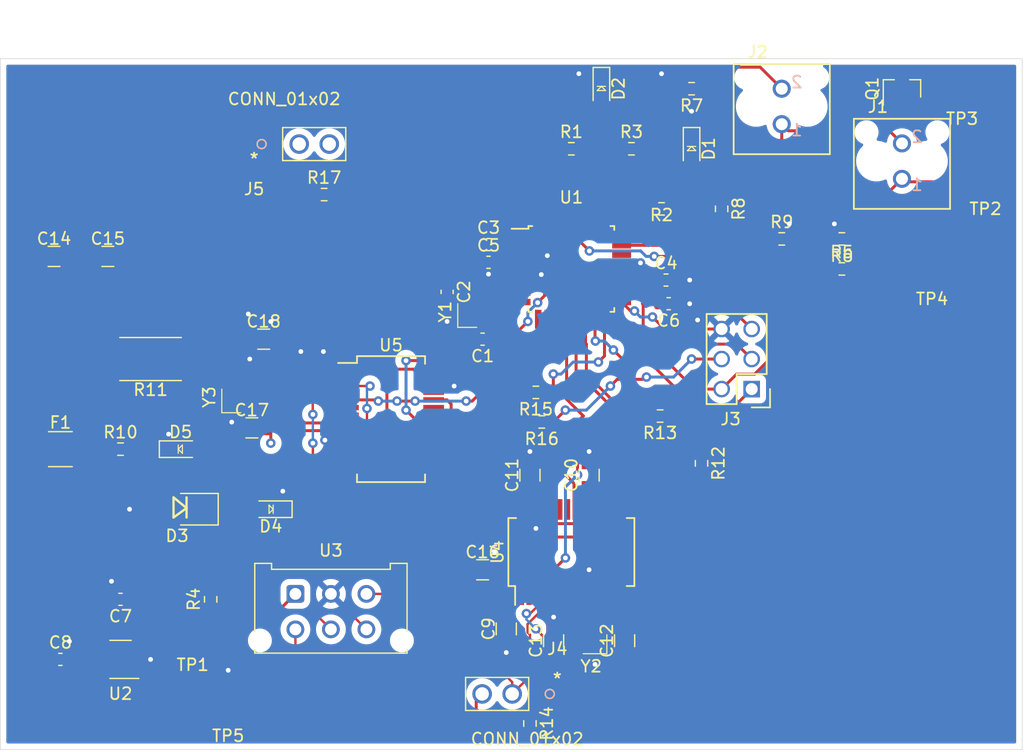
<source format=kicad_pcb>
(kicad_pcb (version 20211014) (generator pcbnew)
  (layers (0 "F.Cu" signal) (31 "B.Cu" signal) (34 "B.Paste" user) (35 "F.Paste" user) (36 "B.SilkS" user "B.Silkscreen") (37 "F.SilkS" user "F.Silkscreen") (38 "B.Mask" user) (39 "F.Mask" user) (44 "Edge.Cuts" user))
  (net 0 "")
  (net 1 "Net-(C1-Pad1)")
  (net 2 "GND")
  (net 3 "Net-(C2-Pad1)")
  (net 4 "+5V")
  (net 5 "Net-(C4-Pad1)")
  (net 6 "+12V")
  (net 7 "Net-(C8-Pad1)")
  (net 8 "Net-(D1-Pad2)")
  (net 9 "Net-(D2-Pad2)")
  (net 10 "Net-(D4-Pad2)")
  (net 11 "Net-(D5-Pad2)")
  (net 12 "Net-(F1-Pad2)")
  (net 13 "Net-(J1-Pad1)")
  (net 14 "/control_pilot")
  (net 15 "Net-(J2-Pad1)")
  (net 16 "Net-(J2-Pad2)")
  (net 17 "/MISO")
  (net 18 "/SCK")
  (net 19 "/MOSI")
  (net 20 "/RESET")
  (net 21 "Net-(R2-Pad2)")
  (net 22 "Net-(R3-Pad2)")
  (net 23 "/EVSE PWM")
  (net 24 "/CAR_CS")
  (net 25 "/CHARGER_STBY")
  (net 26 "/CAR_STBY")
  (net 34 "/CAR_RESET")
  (net 35 "/CHARGER_RESET")
  (net 36 "/CHARGER_CS")
  (net 37 "/CAR_CAN_+")
  (net 38 "/CAR_CAN_-")
  (net 39 "/CHARGER_CAN_+")
  (net 40 "/CHARGER_CAN_-")
  (net 41 "Net-(C13-Pad1)")
  (net 42 "Net-(C18-Pad1)")
  (net 43 "Net-(R12-Pad2)")
  (net 44 "Net-(R13-Pad2)")
  (net 45 "Net-(R15-Pad2)")
  (net 46 "Net-(R16-Pad2)")
  (net 53 "/CAR_CAN_CONTROLLER/SCK")
  (net 54 "Net-(U4-Pad20)")
  (net 55 "Net-(U4-Pad21)")
  (net 65 "/CHARGER_CAN_CONTROLLER/SCK")
  (net 66 "Net-(U5-Pad20)")
  (net 67 "Net-(U5-Pad21)")
  (net 74 "Net-(J4-Pad2)")
  (net 75 "Net-(J5-Pad2)")
  (net 76 "Net-(C12-Pad2)")
  (net 77 "Net-(C17-Pad2)")
  (footprint "footprints:C_0805_OEM" (layer "F.Cu") (at 101 105)
    (fp_text reference "C18")
    (fp_text value "C_30pF" hide)
  )
  (footprint "footprints:Test_Point_SMD" (layer "F.Cu") (at 95 130)
    (fp_text reference "TP1")
    (fp_text value "TP")
  )
  (footprint "Resistor_SMD:R_0603_1608Metric" (layer "F.Cu") (at 88.9 114.3)
    (fp_text reference "R10")
    (fp_text value "R_200")
  )
  (footprint "Capacitor_SMD:C_0603_1608Metric" (layer "F.Cu") (at 116.5 101 -90)
    (fp_text reference "C2")
    (fp_text value "C_30pF")
  )
  (footprint "footprints:Fuse_1210" (layer "F.Cu") (at 83.82 114.3)
    (fp_text reference "F1")
    (fp_text value "F_500mA_16V" hide)
  )
  (footprint "Capacitor_SMD:C_0603_1608Metric" (layer "F.Cu") (at 119.5 105 180)
    (fp_text reference "C1")
    (fp_text value "C_30pF")
  )
  (footprint "footprints:C_0805_OEM" (layer "F.Cu") (at 123.5 116.5 90)
    (fp_text reference "C11")
    (fp_text value "C_0.1uF" hide)
  )
  (footprint "footprints:Crystal_SMD_FA238" (layer "F.Cu") (at 119 102 90)
    (fp_text reference "Y1")
    (fp_text value "Crystal_SMD" hide)
  )
  (footprint "footprints:Crystal_SMD_FA238" (layer "F.Cu") (at 128 130 180)
    (fp_text reference "Y2")
    (fp_text value "~" hide)
  )
  (footprint "Capacitor_SMD:C_0603_1608Metric" (layer "F.Cu") (at 83.82 132.08)
    (fp_text reference "C8")
    (fp_text value "C_1uF")
  )
  (footprint "footprints:LED_0805_OEM" (layer "F.Cu") (at 93.98 114.3)
    (fp_text reference "D5")
    (fp_text value "LED_0805" hide)
  )
  (footprint "footprints:C_0805_OEM" (layer "F.Cu") (at 121.5 129.5 90)
    (fp_text reference "C9")
    (fp_text value "C_0.1uF" hide)
  )
  (footprint "footprints:Test_Point_SMD" (layer "F.Cu") (at 98 136)
    (fp_text reference "TP5")
    (fp_text value "Test_Point_SMD")
  )
  (footprint "footprints:C_0805_OEM" (layer "F.Cu") (at 128.5 116.5 90)
    (fp_text reference "C10")
    (fp_text value "C_0.1uF" hide)
  )
  (footprint "footprints:LED_0805_OEM" (layer "F.Cu") (at 101.6 119.38 180)
    (fp_text reference "D4")
    (fp_text value "LED_0805" hide)
  )
  (footprint "footprints:pinheader_1x2" (layer "F.Cu") (at 104 88.5)
    (fp_text reference "J5")
    (fp_text value "CONN_01x02")
  )
  (footprint "Resistor_SMD:R_0603_1608Metric" (layer "F.Cu") (at 139.7 93.98 -90)
    (fp_text reference "R8")
    (fp_text value "R_1.91K")
  )
  (footprint "Capacitor_SMD:C_0603_1608Metric" (layer "F.Cu") (at 120 97)
    (fp_text reference "C3")
    (fp_text value "C_0.1uF")
  )
  (footprint "Resistor_SMD:R_0603_1608Metric" (layer "F.Cu") (at 96.52 127 90)
    (fp_text reference "R4")
    (fp_text value "R_1K")
  )
  (footprint "Capacitor_SMD:C_0603_1608Metric" (layer "F.Cu") (at 135.225 102 180)
    (fp_text reference "C6")
    (fp_text value "C_0.1uF")
  )
  (footprint "footprints:C_0805_OEM" (layer "F.Cu") (at 125.5 130.5 90)
    (fp_text reference "C13")
    (fp_text value "C_30pF" hide)
  )
  (footprint "Resistor_SMD:R_0603_1608Metric" (layer "F.Cu") (at 134.62 93.98 180)
    (fp_text reference "R2")
    (fp_text value "R_1K")
  )
  (footprint "footprints:C_0805_OEM" (layer "F.Cu") (at 83.28 98)
    (fp_text reference "C14")
    (fp_text value "C_0.1uF" hide)
  )
  (footprint "Resistor_SMD:R_0603_1608Metric" (layer "F.Cu") (at 149.86 99.06)
    (fp_text reference "R5")
    (fp_text value "R_330")
  )
  (footprint "Resistor_SMD:R_0603_1608Metric" (layer "F.Cu") (at 127 88.9)
    (fp_text reference "R1")
    (fp_text value "R_10K")
  )
  (footprint "Package_SO:SSOP-28_5.3x10.2mm_P0.65mm" (layer "F.Cu") (at 127 123 90)
    (fp_text reference "U4")
    (fp_text value "~")
  )
  (footprint "footprints:SOT-23-5" (layer "F.Cu") (at 88.9 132.08 180)
    (fp_text reference "U2")
    (fp_text value "AP7370")
  )
  (footprint "footprints:Test_Point_SMD" (layer "F.Cu") (at 157.48 99.06)
    (fp_text reference "TP4")
    (fp_text value "TP")
  )
  (footprint "footprints:C_0603_1608Metric" (layer "F.Cu") (at 135 100)
    (fp_text reference "C4")
    (fp_text value "C_100nF")
  )
  (footprint "footprints:C_0805_OEM" (layer "F.Cu") (at 100 112.5)
    (fp_text reference "C17")
    (fp_text value "C_30pF" hide)
  )
  (footprint "Package_QFP:TQFP-32_7x7mm_P0.8mm" (layer "F.Cu") (at 127 99.06)
    (fp_text reference "U1")
    (fp_text value "ATmega328P-AU")
  )
  (footprint "Capacitor_SMD:C_0603_1608Metric" (layer "F.Cu") (at 120 98.5)
    (fp_text reference "C5")
    (fp_text value "C_0.1uF")
  )
  (footprint "Resistor_SMD:R_0603_1608Metric" (layer "F.Cu") (at 144.78 96.52)
    (fp_text reference "R9")
    (fp_text value "R_1K")
  )
  (footprint "footprints:Crystal_SMD_FA238" (layer "F.Cu") (at 99.06 109.22 90)
    (fp_text reference "Y3")
    (fp_text value "~" hide)
  )
  (footprint "Resistor_SMD:R_0603_1608Metric" (layer "F.Cu") (at 106.109 92.771)
    (fp_text reference "R17")
    (fp_text value "R_120")
  )
  (footprint "footprints:C_0805_OEM" (layer "F.Cu") (at 119.5 124.5)
    (fp_text reference "C16")
    (fp_text value "C_0.1uF" hide)
  )
  (footprint "footprints:LED_0805_OEM" (layer "F.Cu") (at 137.16 88.9 -90)
    (fp_text reference "D1")
    (fp_text value "LED_0805_Red" hide)
  )
  (footprint "footprints:C_0805_OEM" (layer "F.Cu") (at 131.5 130.5 90)
    (fp_text reference "C12")
    (fp_text value "C_30pF" hide)
  )
  (footprint "Resistor_SMD:R_0603_1608Metric" (layer "F.Cu") (at 149.86 96.52 180)
    (fp_text reference "R6")
    (fp_text value "R_2.2K")
  )
  (footprint "Resistor_SMD:R_0603_1608Metric" (layer "F.Cu") (at 124.5 112 180)
    (fp_text reference "R16")
    (fp_text value "R_500")
  )
  (footprint "Resistor_SMD:R_0603_1608Metric" (layer "F.Cu") (at 123.5 137.5 -90)
    (fp_text reference "R14")
    (fp_text value "R_120")
  )
  (footprint "footprints:SOT-23F" (layer "F.Cu") (at 154.94 83.82 90)
    (fp_text reference "Q1")
    (fp_text value "SSM3K333R" hide)
  )
  (footprint "footprints:LED_0805_OEM" (layer "F.Cu") (at 129.54 83.82 -90)
    (fp_text reference "D2")
    (fp_text value "LED_0805" hide)
  )
  (footprint "Resistor_SMD:R_0603_1608Metric" (layer "F.Cu") (at 132.08 88.9)
    (fp_text reference "R3")
    (fp_text value "R_1K")
  )
  (footprint "Resistor_SMD:R_0603_1608Metric" (layer "F.Cu") (at 138 115.5 -90)
    (fp_text reference "R12")
    (fp_text value "R_500")
  )
  (footprint "footprints:C_0805_OEM" (layer "F.Cu") (at 87.83 98)
    (fp_text reference "C15")
    (fp_text value "C_0.1uF" hide)
  )
  (footprint "Capacitor_SMD:C_0603_1608Metric" (layer "F.Cu") (at 88.9 127 180)
    (fp_text reference "C7")
    (fp_text value "C_1uF")
  )
  (footprint "footprints:pinheader_1x2" (layer "F.Cu") (at 122 135 180)
    (fp_text reference "J4")
    (fp_text value "CONN_01x02")
  )
  (footprint "footprints:Pin_Header_Straight_2x03" (layer "F.Cu") (at 142.24 109.22 180)
    (fp_text reference "J3")
    (fp_text value "CONN_02X03" hide)
  )
  (footprint "Resistor_SMD:R_0603_1608Metric" (layer "F.Cu") (at 134.5 111.5 180)
    (fp_text reference "R13")
    (fp_text value "R_500")
  )
  (footprint "Resistor_SMD:R_0603_1608Metric" (layer "F.Cu") (at 137.16 83.82 180)
    (fp_text reference "R7")
    (fp_text value "R_1.43K")
  )
  (footprint "footprints:DO-214AA" (layer "F.Cu") (at 93.98 119.38 180)
    (fp_text reference "D3")
    (fp_text value "D_Zener_18V" hide)
  )
  (footprint "Resistor_SMD:R_0603_1608Metric" (layer "F.Cu") (at 124 109.5 180)
    (fp_text reference "R15")
    (fp_text value "R_500")
  )
  (footprint "footprints:Test_Point_SMD" (layer "F.Cu") (at 162 91.44)
    (fp_text reference "TP2")
    (fp_text value "TP")
  )
  (footprint "footprints:Test_Point_SMD" (layer "F.Cu") (at 160.02 83.82)
    (fp_text reference "TP3")
    (fp_text value "TP")
  )
  (footprint "footprints:MicroFit_V_2" (layer "F.Cu") (at 154.94 91.44)
    (fp_text reference "J1")
    (fp_text value "MicroFit_V_2")
  )
  (footprint "footprints:MicroFit_VT_6" (layer "F.Cu") (at 103.68 126.54)
    (fp_text reference "U3")
    (fp_text value "MicroFit_VT_6")
  )
  (footprint "footprints:MicroFit_V_2" (layer "F.Cu") (at 144.78 86.8172)
    (fp_text reference "J2")
    (fp_text value "MicroFit_V_2")
  )
  (footprint "footprints:R_2512_OEM" (layer "F.Cu") (at 91.44 106.68 180)
    (fp_text reference "R11")
    (fp_text value "R_0_2512" hide)
  )
  (footprint "Package_SO:SSOP-28_5.3x10.2mm_P0.65mm" (layer "F.Cu") (at 111.76 111.76)
    (fp_text reference "U5")
    (fp_text value "~")
  )
  (gr_rect (start 78.74 81.28) (end 165.1 139.7) (layer "Edge.Cuts") (width 0.05) (fill none))
  (segment (start 119.8 103.1) (end 121.51 103.1) (width 0.25) (layer "F.Cu") (net 1))
  (segment (start 119.8 104.525) (end 120.275 105) (width 0.25) (layer "F.Cu") (net 1))
  (segment (start 121.51 103.1) (end 122.75 101.86) (width 0.25) (layer "F.Cu") (net 1))
  (segment (start 119.8 103.1) (end 119.8 104.525) (width 0.25) (layer "F.Cu") (net 1))
  (segment (start 106.68 105.41) (end 106.045 106.045) (width 0.25) (layer "F.Cu") (net 2))
  (segment (start 149.035 96.52) (end 149.035 95.44) (width 0.25) (layer "F.Cu") (net 2))
  (segment (start 124.8925 97.86) (end 122.75 97.86) (width 0.25) (layer "F.Cu") (net 2))
  (segment (start 135.89 83.82) (end 134.62 82.55) (width 0.25) (layer "F.Cu") (net 2))
  (segment (start 139.7 104.14) (end 138.43 104.14) (width 0.25) (layer "F.Cu") (net 2))
  (segment (start 101.6 102.375) (end 101.6 103.505) (width 0.25) (layer "F.Cu") (net 2))
  (segment (start 127.805 82.72) (end 127.635 82.55) (width 0.25) (layer "F.Cu") (net 2))
  (segment (start 129.1 132.4) (end 129 132.5) (width 0.25) (layer "F.Cu") (net 2))
  (segment (start 98.26 110.32) (end 98.26 111.976) (width 0.25) (layer "F.Cu") (net 2))
  (segment (start 149.035 95.44) (end 149.225 95.25) (width 0.25) (layer "F.Cu") (net 2))
  (segment (start 92.88 114.3) (end 92.88 113.114) (width 0.25) (layer "F.Cu") (net 2))
  (segment (start 137.16 87.8) (end 137.16 85.725) (width 0.25) (layer "F.Cu") (net 2))
  (segment (start 84.595 130.569) (end 84.582 130.556) (width 0.25) (layer "F.Cu") (net 2))
  (segment (start 124.968 97.9355) (end 124.8925 97.86) (width 0.25) (layer "F.Cu") (net 2))
  (segment (start 88.125 127) (end 88.125 125.489) (width 0.25) (layer "F.Cu") (net 2))
  (segment (start 98.26 111.976) (end 98.298 112.014) (width 0.25) (layer "F.Cu") (net 2))
  (segment (start 126.9 129.2) (end 126.9 128.9) (width 0.25) (layer "F.Cu") (net 2))
  (segment (start 127.325 128.775) (end 127.2 128.9) (width 0.25) (layer "F.Cu") (net 2))
  (segment (start 102.7 117.94) (end 102.616 117.856) (width 0.25) (layer "F.Cu") (net 2))
  (segment (start 99.86 108.12) (end 99.86 106.718) (width 0.25) (layer "F.Cu") (net 2))
  (segment (start 145.605 95.44) (end 145.415 95.25) (width 0.25) (layer "F.Cu") (net 2))
  (segment (start 92.88 113.114) (end 92.964 113.03) (width 0.25) (layer "F.Cu") (net 2))
  (segment (start 137 100) (end 135.7875 100) (width 0.25) (layer "F.Cu") (net 2))
  (segment (start 102.7 119.38) (end 102.7 117.94) (width 0.25) (layer "F.Cu") (net 2))
  (segment (start 128.625 126.6) (end 128.625 124.625) (width 0.25) (layer "F.Cu") (net 2))
  (segment (start 104.14 104.915) (end 104.14 106.045) (width 0.25) (layer "F.Cu") (net 2))
  (segment (start 119.8 100.9) (end 119.8 99.7) (width 0.25) (layer "F.Cu") (net 2))
  (segment (start 88.125 125.489) (end 88.138 125.476) (width 0.25) (layer "F.Cu") (net 2))
  (segment (start 126.9 128.9) (end 126.5 128.5) (width 0.25) (layer "F.Cu") (net 2))
  (segment (start 126.5 128.5) (end 125.5 128.5) (width 0.25) (layer "F.Cu") (net 2))
  (segment (start 132.734 98.66) (end 132.842 98.552) (width 0.25) (layer "F.Cu") (net 2))
  (segment (start 122.75 99.46) (end 124.3845 99.46) (width 0.25) (layer "F.Cu") (net 2))
  (segment (start 84.595 132.08) (end 84.595 130.569) (width 0.25) (layer "F.Cu") (net 2))
  (segment (start 115.36 108.835) (end 116.963 108.835) (width 0.25) (layer "F.Cu") (net 2))
  (segment (start 106.325 113.385) (end 106.172 113.538) (width 0.25) (layer "F.Cu") (net 2))
  (segment (start 108.16 113.385) (end 106.325 113.385) (width 0.25) (layer "F.Cu") (net 2))
  (segment (start 116.963 108.835) (end 117.094 108.966) (width 0.25) (layer "F.Cu") (net 2))
  (segment (start 120.5 124.5) (end 120.5 123) (width 0.25) (layer "F.Cu") (net 2))
  (segment (start 99.835 104.14) (end 99.835 103.01) (width 0.25) (layer "F.Cu") (net 2))
  (segment (start 98 136) (end 98 133) (width 0.25) (layer "F.Cu") (net 2))
  (segment (start 121.5 130.5) (end 121.5 131.5) (width 0.25) (layer "F.Cu") (net 2))
  (segment (start 124.075 119.4) (end 124.075 120.938263) (width 0.25) (layer "F.Cu") (net 2))
  (segment (start 90 132.08) (end 91.44 132.08) (width 0.25) (layer "F.Cu") (net 2))
  (segment (start 129.1 130.8) (end 129.1 132.4) (width 0.25) (layer "F.Cu") (net 2))
  (segment (start 129.54 82.72) (end 127.805 82.72) (width 0.25) (layer "F.Cu") (net 2))
  (segment (start 123.5 115.725) (end 123.5 114.5) (width 0.25) (layer "F.Cu") (net 2))
  (segment (start 138.43 104.14) (end 137.668 103.378) (width 0.25) (layer "F.Cu") (net 2))
  (segment (start 119.8 99.7) (end 120 99.5) (width 0.25) (layer "F.Cu") (net 2))
  (segment (start 116.9 103.1) (end 116.5 103.5) (width 0.25) (layer "F.Cu") (net 2))
  (segment (start 106.68 104.915) (end 106.68 105.41) (width 0.25) (layer "F.Cu") (net 2))
  (segment (start 99.835 103.01) (end 99.695 102.87) (width 0.25) (layer "F.Cu") (net 2))
  (segment (start 128.5 115.725) (end 128.5 114.5) (width 0.25) (layer "F.Cu") (net 2))
  (segment (start 124.3845 99.46) (end 124.46 99.5355) (width 0.25) (layer "F.Cu") (net 2))
  (segment (start 99.86 106.718) (end 99.822 106.68) (width 0.25) (layer "F.Cu") (net 2))
  (segment (start 136.335 83.82) (end 135.89 83.82) (width 0.25) (layer "F.Cu") (net 2))
  (segment (start 118.2 103.1) (end 116.9 103.1) (width 0.25) (layer "F.Cu") (net 2))
  (segment (start 128.625 124.625) (end 128.5 124.5) (width 0.25) (layer "F.Cu") (net 2))
  (segment (start 131.25 98.66) (end 132.734 98.66) (width 0.25) (layer "F.Cu") (net 2))
  (segment (start 124.075 120.938263) (end 124.007626 121.005637) (width 0.25) (layer "F.Cu") (net 2))
  (segment (start 145.605 96.52) (end 145.605 95.44) (width 0.25) (layer "F.Cu") (net 2))
  (segment (start 91.948 119.38) (end 89.662 119.38) (width 0.25) (layer "F.Cu") (net 2))
  (segment (start 136 102) (end 137 102) (width 0.25) (layer "F.Cu") (net 2))
  (via (at 98.298 112.014) (size 0.8) (drill 0.4) (layers "F.Cu" "B.Cu") (net 2))
  (via (at 101.6 103.505) (size 0.8) (drill 0.4) (layers "F.Cu" "B.Cu") (net 2))
  (via (at 128.5 124.5) (size 0.8) (drill 0.4) (layers "F.Cu" "B.Cu") (net 2))
  (via (at 116.5 103.5) (size 0.8) (drill 0.4) (layers "F.Cu" "B.Cu") (net 2))
  (via (at 121.5 131.5) (size 0.8) (drill 0.4) (layers "F.Cu" "B.Cu") (net 2))
  (via (at 137 102) (size 0.8) (drill 0.4) (layers "F.Cu" "B.Cu") (net 2))
  (via (at 145.415 95.25) (size 0.8) (drill 0.4) (layers "F.Cu" "B.Cu") (net 2))
  (via (at 125.5 128.5) (size 0.8) (drill 0.4) (layers "F.Cu" "B.Cu") (net 2))
  (via (at 99.695 102.87) (size 0.8) (drill 0.4) (layers "F.Cu" "B.Cu") (net 2))
  (via (at 106.172 113.538) (size 0.8) (drill 0.4) (layers "F.Cu" "B.Cu") (net 2))
  (via (at 99.822 106.68) (size 0.8) (drill 0.4) (layers "F.Cu" "B.Cu") (net 2))
  (via (at 120.5 123) (size 0.8) (drill 0.4) (layers "F.Cu" "B.Cu") (net 2))
  (via (at 88.138 125.476) (size 0.8) (drill 0.4) (layers "F.Cu" "B.Cu") (net 2))
  (via (at 132.842 98.552) (size 0.8) (drill 0.4) (layers "F.Cu" "B.Cu") (net 2))
  (via (at 124.968 97.9355) (size 0.8) (drill 0.4) (layers "F.Cu" "B.Cu") (net 2))
  (via (at 102.616 117.856) (size 0.8) (drill 0.4) (layers "F.Cu" "B.Cu") (net 2))
  (via (at 117.094 108.966) (size 0.8) (drill 0.4) (layers "F.Cu" "B.Cu") (net 2))
  (via (at 89.662 119.38) (size 0.8) (drill 0.4) (layers "F.Cu" "B.Cu") (net 2))
  (via (at 137.668 103.378) (size 0.8) (drill 0.4) (layers "F.Cu" "B.Cu") (net 2))
  (via (at 91.44 132.08) (size 0.8) (drill 0.4) (layers "F.Cu" "B.Cu") (net 2))
  (via (at 124.46 99.5355) (size 0.8) (drill 0.4) (layers "F.Cu" "B.Cu") (net 2))
  (via (at 149.225 95.25) (size 0.8) (drill 0.4) (layers "F.Cu" "B.Cu") (net 2))
  (via (at 120 99.5) (size 0.8) (drill 0.4) (layers "F.Cu" "B.Cu") (net 2))
  (via (at 129 132.5) (size 0.8) (drill 0.4) (layers "F.Cu" "B.Cu") (net 2))
  (via (at 84.582 130.556) (size 0.8) (drill 0.4) (layers "F.Cu" "B.Cu") (net 2))
  (via (at 137 100) (size 0.8) (drill 0.4) (layers "F.Cu" "B.Cu") (net 2))
  (via (at 127.635 82.55) (size 0.8) (drill 0.4) (layers "F.Cu" "B.Cu") (net 2))
  (via (at 137.16 85.725) (size 0.8) (drill 0.4) (layers "F.Cu" "B.Cu") (net 2))
  (via (at 134.62 82.55) (size 0.8) (drill 0.4) (layers "F.Cu" "B.Cu") (net 2))
  (via (at 128.5 114.5) (size 0.8) (drill 0.4) (layers "F.Cu" "B.Cu") (net 2))
  (via (at 123.5 114.5) (size 0.8) (drill 0.4) (layers "F.Cu" "B.Cu") (net 2))
  (via (at 92.964 113.03) (size 0.8) (drill 0.4) (layers "F.Cu" "B.Cu") (net 2))
  (via (at 98 133) (size 0.8) (drill 0.4) (layers "F.Cu" "B.Cu") (net 2))
  (via (at 106.045 106.045) (size 0.8) (drill 0.4) (layers "F.Cu" "B.Cu") (net 2))
  (via (at 124.007626 121.005637) (size 0.8) (drill 0.4) (layers "F.Cu" "B.Cu") (net 2))
  (via (at 104.14 106.045) (size 0.8) (drill 0.4) (layers "F.Cu" "B.Cu") (net 2))
  (segment (start 121.075 101.925) (end 118.775 101.925) (width 0.25) (layer "F.Cu") (net 3))
  (segment (start 121.94 101.06) (end 121.075 101.925) (width 0.25) (layer "F.Cu") (net 3))
  (segment (start 118.775 101.925) (end 118.2 101.35) (width 0.25) (layer "F.Cu") (net 3))
  (segment (start 117.175 100.9) (end 116.5 100.225) (width 0.25) (layer "F.Cu") (net 3))
  (segment (start 118.2 100.9) (end 117.175 100.9) (width 0.25) (layer "F.Cu") (net 3))
  (segment (start 118.2 101.35) (end 118.2 100.9) (width 0.25) (layer "F.Cu") (net 3))
  (segment (start 122.75 101.06) (end 121.94 101.06) (width 0.25) (layer "F.Cu") (net 3))
  (segment (start 115.36 113.385) (end 114.235 113.385) (width 0.25) (layer "F.Cu") (net 4))
  (segment (start 134.45 102) (end 133 102) (width 0.25) (layer "F.Cu") (net 4))
  (segment (start 115.36 108.185) (end 118.640498 108.185) (width 0.25) (layer "F.Cu") (net 4))
  (segment (start 133.07 104.876) (end 137.414 109.22) (width 0.25) (layer "F.Cu") (net 4))
  (segment (start 122.775 121.725) (end 122.780637 121.730637) (width 0.25) (layer "F.Cu") (net 4))
  (segment (start 121.7 98.66) (end 122.75 98.66) (width 0.25) (layer "F.Cu") (net 4))
  (segment (start 129.525 100.26) (end 130.125 100.86) (width 0.25) (layer "F.Cu") (net 4))
  (segment (start 106.68 103.365) (end 104.14 103.365) (width 0.25) (layer "F.Cu") (net 4))
  (segment (start 118.640498 108.185) (end 123.325498 103.5) (width 0.25) (layer "F.Cu") (net 4))
  (segment (start 137.414 109.22) (end 139.7 109.22) (width 0.25) (layer "F.Cu") (net 4))
  (segment (start 111.413 107.535) (end 113.631 107.535) (width 0.25) (layer "F.Cu") (net 4))
  (segment (start 124.74 101.32) (end 124.74 100.26) (width 0.25) (layer "F.Cu") (net 4))
  (segment (start 99.295 100.825) (end 101.6 100.825) (width 0.25) (layer "F.Cu") (net 4))
  (segment (start 108.16 104.845) (end 106.68 103.365) (width 0.25) (layer "F.Cu") (net 4))
  (segment (start 121.625 97.85) (end 121.625 98.585) (width 0.25) (layer "F.Cu") (net 4))
  (segment (start 123.425 119.4) (end 123.425 117.575) (width 0.25) (layer "F.Cu") (net 4))
  (segment (start 125.33 98.66) (end 126.93 100.26) (width 0.25) (layer "F.Cu") (net 4))
  (segment (start 114.046 118.364) (end 116.282 120.6) (width 0.25) (layer "F.Cu") (net 4))
  (segment (start 150.0825 100.3615) (end 150.3365 100.3615) (width 0.25) (layer "F.Cu") (net 4))
  (segment (start 132.3 101.06) (end 133.07 101.83) (width 0.25) (layer "F.Cu") (net 4))
  (segment (start 120.775 95.88) (end 123.56 93.095) (width 0.25) (layer "F.Cu") (net 4))
  (segment (start 140.962964 107.957036) (end 142.486964 107.957036) (width 0.25) (layer "F.Cu") (net 4))
  (segment (start 111.413 111.921) (end 114.046 114.554) (width 0.25) (layer "F.Cu") (net 4))
  (segment (start 123.425 117.575) (end 123.5 117.5) (width 0.25) (layer "F.Cu") (net 4))
  (segment (start 149.035 99.06) (end 150.3365 100.3615) (width 0.25) (layer "F.Cu") (net 4))
  (segment (start 127.380759 121.730637) (end 128.625 120.486396) (width 0.25) (layer "F.Cu") (net 4))
  (segment (start 122.775 127.225) (end 121.5 128.5) (width 0.25) (layer "F.Cu") (net 4))
  (segment (start 123.56 91.44) (end 126 89) (width 0.25) (layer "F.Cu") (net 4))
  (segment (start 122.75 98.66) (end 122.79 98.66) (width 0.25) (layer "F.Cu") (net 4))
  (segment (start 124.149502 101.910498) (end 124.74 101.32) (width 0.25) (layer "F.Cu") (net 4))
  (segment (start 120.775 97) (end 121.625 97.85) (width 0.25) (layer "F.Cu") (net 4))
  (segment (start 114.235 113.385) (end 114.046 113.574) (width 0.25) (layer "F.Cu") (net 4))
  (segment (start 122.775 120.925) (end 122.775 121.725) (width 0.25) (layer "F.Cu") (net 4))
  (segment (start 94.54 105.58) (end 99.295 100.825) (width 0.25) (layer "F.Cu") (net 4))
  (segment (start 128.625 120.486396) (end 128.625 119.4) (width 0.25) (layer "F.Cu") (net 4))
  (segment (start 108.16 107.535) (end 108.16 104.845) (width 0.25) (layer "F.Cu") (net 4))
  (segment (start 114.046 113.574) (end 114.046 114.554) (width 0.25) (layer "F.Cu") (net 4))
  (segment (start 128.5 117.275) (end 128.625 117.4) (width 0.25) (layer "F.Cu") (net 4))
  (segment (start 120.275 98.5) (end 121.625 99.85) (width 0.25) (layer "F.Cu") (net 4))
  (segment (start 155.956 100.584) (end 157.48 99.06) (width 0.25) (layer "F.Cu") (net 4))
  (segment (start 139.7 109.22) (end 140.962964 107.957036) (width 0.25) (layer "F.Cu") (net 4))
  (segment (start 123.5 119.325) (end 123.425 119.4) (width 0.25) (layer "F.Cu") (net 4))
  (segment (start 123.425 120.575) (end 123.425 119.4) (width 0.25) (layer "F.Cu") (net 4))
  (segment (start 118.5 124.5) (end 118.5 121.7) (width 0.25) (layer "F.Cu") (net 4))
  (segment (start 108.16 107.535) (end 111.413 107.535) (width 0.25) (layer "F.Cu") (net 4))
  (segment (start 121.625 99.85) (end 121.625 100.085) (width 0.25) (layer "F.Cu") (net 4))
  (segment (start 121.8 100.26) (end 122.75 100.26) (width 0.25) (layer "F.Cu") (net 4))
  (segment (start 114.281 108.185) (end 115.36 108.185) (width 0.25) (layer "F.Cu") (net 4))
  (segment (start 122.75 100.26) (end 124.74 100.26) (width 0.25) (layer "F.Cu") (net 4))
  (segment (start 123.1 120.6) (end 123.4 120.6) (width 0.25) (layer "F.Cu") (net 4))
  (segment (start 122.775 121.725) (end 122.775 126.6) (width 0.25) (layer "F.Cu") (net 4))
  (segment (start 126.93 100.26) (end 129.525 100.26) (width 0.25) (layer "F.Cu") (net 4))
  (segment (start 122.780637 121.730637) (end 127.380759 121.730637) (width 0.25) (layer "F.Cu") (net 4))
  (segment (start 142.486964 107.957036) (end 150.0825 100.3615) (width 0.25) (layer "F.Cu") (net 4))
  (segment (start 116.282 120.6) (end 117.4 120.6) (width 0.25) (layer "F.Cu") (net 4))
  (segment (start 128.625 119.4) (end 128.625 117.625) (width 0.25) (layer "F.Cu") (net 4))
  (segment (start 150.559 100.584) (end 155.956 100.584) (width 0.25) (layer "F.Cu") (net 4))
  (segment (start 131.25 101.06) (end 132.3 101.06) (width 0.25) (layer "F.Cu") (net 4))
  (segment (start 94.54 106.68) (end 94.54 105.58) (width 0.25) (layer "F.Cu") (net 4))
  (segment (start 123.56 93.095) (end 123.56 91.44) (width 0.25) (layer "F.Cu") (net 4))
  (segment (start 122.775 126.6) (end 122.775 127.225) (width 0.25) (layer "F.Cu") (net 4))
  (segment (start 114.046 114.554) (end 114.046 118.364) (width 0.25) (layer "F.Cu") (net 4))
  (segment (start 120.775 95.88) (end 120.904 95.751) (width 0.25) (layer "F.Cu") (net 4))
  (segment (start 121.625 98.585) (end 121.7 98.66) (width 0.25) (layer "F.Cu") (net 4))
  (segment (start 120.775 97) (end 120.775 95.88) (width 0.25) (layer "F.Cu") (net 4))
  (segment (start 121.625 100.085) (end 121.8 100.26) (width 0.25) (layer "F.Cu") (net 4))
  (segment (start 124.74 100.26) (end 126.93 100.26) (width 0.25) (layer "F.Cu") (net 4))
  (segment (start 126.175 88.9) (end 125.235 89.84) (width 0.25) (layer "F.Cu") (net 4))
  (segment (start 123.4 120.6) (end 123.425 120.575) (width 0.25) (layer "F.Cu") (net 4))
  (segment (start 123.1 120.6) (end 122.775 120.925) (width 0.25) (layer "F.Cu") (net 4))
  (segment (start 101.6 100.825) (end 104.14 103.365) (width 0.25) (layer "F.Cu") (net 4))
  (segment (start 122.75 98.66) (end 125.33 98.66) (width 0.25) (layer "F.Cu") (net 4))
  (segment (start 113.631 107.535) (end 114.281 108.185) (width 0.25) (layer "F.Cu") (net 4))
  (segment (start 111.413 107.535) (end 111.413 111.921) (width 0.25) (layer "F.Cu") (net 4))
  (segment (start 117.4 120.6) (end 123.1 120.6) (width 0.25) (layer "F.Cu") (net 4))
  (segment (start 118.5 121.7) (end 117.4 120.6) (width 0.25) (layer "F.Cu") (net 4))
  (segment (start 133.07 101.83) (end 133.07 104.876) (width 0.25) (layer "F.Cu") (net 4))
  (segment (start 130.125 100.86) (end 131.318 100.86) (width 0.25) (layer "F.Cu") (net 4))
  (segment (start 128.625 117.625) (end 128.5 117.5) (width 0.25) (layer "F.Cu") (net 4))
  (segment (start 150.3365 100.3615) (end 150.559 100.584) (width 0.25) (layer "F.Cu") (net 4))
  (via (at 123.325498 103.5) (size 0.8) (drill 0.4) (layers "F.Cu" "B.Cu") (net 4))
  (via (at 124.149502 101.910498) (size 0.8) (drill 0.4) (layers "F.Cu" "B.Cu") (net 4))
  (segment (start 123.325498 103.5) (end 123.325498 102.734502) (width 0.25) (layer "B.Cu") (net 4))
  (segment (start 123.325498 102.734502) (end 124.149502 101.910498) (width 0.25) (layer "B.Cu") (net 4))
  (segment (start 134.2125 100) (end 132.715 100) (width 0.25) (layer "F.Cu") (net 5))
  (segment (start 132.715 100) (end 132.175 99.46) (width 0.25) (layer "F.Cu") (net 5))
  (segment (start 132.175 99.46) (end 131.25 99.46) (width 0.25) (layer "F.Cu") (net 5))
  (segment (start 102.395 127.825) (end 103.68 126.54) (width 0.25) (layer "F.Cu") (net 6))
  (segment (start 95.25 129.75) (end 95 130) (width 0.25) (layer "F.Cu") (net 6))
  (segment (start 90 133.03) (end 91.97 133.03) (width 0.25) (layer "F.Cu") (net 6))
  (segment (start 96.329 128.016) (end 96.52 127.825) (width 0.25) (layer "F.Cu") (net 6))
  (segment (start 96.012 119.38) (end 95.25 120.142) (width 0.25) (layer "F.Cu") (net 6))
  (segment (start 91.97 133.03) (end 95 130) (width 0.25) (layer "F.Cu") (net 6))
  (segment (start 96.52 127.825) (end 102.395 127.825) (width 0.25) (layer "F.Cu") (net 6))
  (segment (start 95.25 128.016) (end 96.329 128.016) (width 0.25) (layer "F.Cu") (net 6))
  (segment (start 95.25 120.142) (end 95.25 128.016) (width 0.25) (layer "F.Cu") (net 6))
  (segment (start 94.234 127) (end 95.25 128.016) (width 0.25) (layer "F.Cu") (net 6))
  (segment (start 89.675 127) (end 94.234 127) (width 0.25) (layer "F.Cu") (net 6))
  (segment (start 95.25 128.016) (end 95.25 129.75) (width 0.25) (layer "F.Cu") (net 6))
  (segment (start 82.37 131.405) (end 82.37 114.3) (width 0.25) (layer "F.Cu") (net 7))
  (segment (start 83.995 133.03) (end 87.8 133.03) (width 0.25) (layer "F.Cu") (net 7))
  (segment (start 83.045 132.08) (end 82.37 131.405) (width 0.25) (layer "F.Cu") (net 7))
  (segment (start 83.045 132.08) (end 83.995 133.03) (width 0.25) (layer "F.Cu") (net 7))
  (segment (start 137.16 92.265) (end 135.445 93.98) (width 0.25) (layer "F.Cu") (net 8))
  (segment (start 137.16 90) (end 137.16 92.265) (width 0.25) (layer "F.Cu") (net 8))
  (segment (start 129.54 87.185) (end 131.255 88.9) (width 0.25) (layer "F.Cu") (net 9))
  (segment (start 129.54 84.92) (end 129.54 87.185) (width 0.25) (layer "F.Cu") (net 9))
  (segment (start 100.5 122.195) (end 96.52 126.175) (width 0.25) (layer "F.Cu") (net 10))
  (segment (start 100.5 119.38) (end 100.5 122.195) (width 0.25) (layer "F.Cu") (net 10))
  (segment (start 95.08 115.74) (end 95.08 114.3) (width 0.25) (layer "F.Cu") (net 11))
  (segment (start 94.742 116.078) (end 95.08 115.74) (width 0.25) (layer "F.Cu") (net 11))
  (segment (start 89.725 114.3) (end 91.503 116.078) (width 0.25) (layer "F.Cu") (net 11))
  (segment (start 91.503 116.078) (end 94.742 116.078) (width 0.25) (layer "F.Cu") (net 11))
  (segment (start 88.34 114.035) (end 88.075 114.3) (width 0.25) (layer "F.Cu") (net 12))
  (segment (start 88.34 106.68) (end 88.34 114.035) (width 0.25) (layer "F.Cu") (net 12))
  (segment (start 85.27 114.3) (end 88.075 114.3) (width 0.25) (layer "F.Cu") (net 12))
  (segment (start 150.685 96.52) (end 150.685 95.695) (width 0.25) (layer "F.Cu") (net 13))
  (segment (start 150.685 96.52) (end 150.685 99.06) (width 0.25) (layer "F.Cu") (net 13))
  (segment (start 155.194 91.694) (end 161.746 91.694) (width 0.25) (layer "F.Cu") (net 13))
  (segment (start 154.94 91.44) (end 155.194 91.694) (width 0.25) (layer "F.Cu") (net 13))
  (segment (start 150.685 95.695) (end 154.94 91.44) (width 0.25) (layer "F.Cu") (net 13))
  (segment (start 161.746 91.694) (end 162 91.44) (width 0.25) (layer "F.Cu") (net 13))
  (segment (start 158.97 84.87) (end 160.02 83.82) (width 0.25) (layer "F.Cu") (net 14))
  (segment (start 153.99 87.4928) (end 154.94 88.4428) (width 0.25) (layer "F.Cu") (net 14))
  (segment (start 155.89 84.87) (end 158.97 84.87) (width 0.25) (layer "F.Cu") (net 14))
  (segment (start 153.99 84.87) (end 153.99 87.4928) (width 0.25) (layer "F.Cu") (net 14))
  (segment (start 153.99 84.87) (end 155.89 84.87) (width 0.25) (layer "F.Cu") (net 14))
  (segment (start 144.78 88.075) (end 139.7 93.155) (width 0.25) (layer "F.Cu") (net 15))
  (segment (start 149.352 87.376) (end 153.958 82.77) (width 0.25) (layer "F.Cu") (net 15))
  (segment (start 144.78 86.8172) (end 145.3388 87.376) (width 0.25) (layer "F.Cu") (net 15))
  (segment (start 145.3388 87.376) (end 149.352 87.376) (width 0.25) (layer "F.Cu") (net 15))
  (segment (start 144.78 86.8172) (end 144.78 88.075) (width 0.25) (layer "F.Cu") (net 15))
  (segment (start 153.958 82.77) (end 154.94 82.77) (width 0.25) (layer "F.Cu") (net 15))
  (segment (start 144.78 83.82) (end 142.957199 81.997199) (width 0.25) (layer "F.Cu") (net 16))
  (segment (start 139.807801 81.997199) (end 137.985 83.82) (width 0.25) (layer "F.Cu") (net 16))
  (segment (start 142.957199 81.997199) (end 139.807801 81.997199) (width 0.25) (layer "F.Cu") (net 16))
  (segment (start 129.8 106.42) (end 129.8 103.31) (width 0.25) (layer "F.Cu") (net 17))
  (segment (start 137.16 110.49) (end 137.16 113.475) (width 0.25) (layer "F.Cu") (net 17))
  (segment (start 129.98 103.31) (end 137.16 110.49) (width 0.25) (layer "F.Cu") (net 17))
  (segment (start 125.476 107.95) (end 125.476 108.849) (width 0.25) (layer "F.Cu") (net 17))
  (segment (start 129.286 106.934) (end 129.8 106.42) (width 0.25) (layer "F.Cu") (net 17))
  (segment (start 137.16 113.475) (end 137.975 113.475) (width 0.25) (layer "F.Cu") (net 17))
  (segment (start 129.8 103.31) (end 129.98 103.31) (width 0.25) (layer "F.Cu") (net 17))
  (segment (start 137.975 113.475) (end 138 113.5) (width 0.25) (layer "F.Cu") (net 17))
  (segment (start 138 113.5) (end 138 114.675) (width 0.25) (layer "F.Cu") (net 17))
  (segment (start 137.975 113.475) (end 137.985 113.475) (width 0.25) (layer "F.Cu") (net 17))
  (segment (start 125.476 108.849) (end 124.825 109.5) (width 0.25) (layer "F.Cu") (net 17))
  (segment (start 137.985 113.475) (end 142.24 109.22) (width 0.25) (layer "F.Cu") (net 17))
  (via (at 129.286 106.934) (size 0.8) (drill 0.4) (layers "F.Cu" "B.Cu") (net 17))
  (via (at 125.476 107.95) (size 0.8) (drill 0.4) (layers "F.Cu" "B.Cu") (net 17))
  (segment (start 129.286 106.934) (end 127.1465 106.934) (width 0.25) (layer "B.Cu") (net 17))
  (segment (start 127.1465 106.934) (end 126.1305 107.95) (width 0.25) (layer "B.Cu") (net 17))
  (segment (start 126.1305 107.95) (end 125.476 107.95) (width 0.25) (layer "B.Cu") (net 17))
  (segment (start 140.977036 105.417036) (end 136.151036 105.417036) (width 0.25) (layer "F.Cu") (net 18))
  (segment (start 136.151036 105.417036) (end 133.858 103.124) (width 0.25) (layer "F.Cu") (net 18))
  (segment (start 142.24 106.68) (end 140.977036 105.417036) (width 0.25) (layer "F.Cu") (net 18))
  (segment (start 132.334 102.616) (end 132.006 102.616) (width 0.25) (layer "F.Cu") (net 18))
  (segment (start 132.006 102.616) (end 131.25 101.86) (width 0.25) (layer "F.Cu") (net 18))
  (via (at 133.858 103.124) (size 0.8) (drill 0.4) (layers "F.Cu" "B.Cu") (net 18))
  (via (at 132.334 102.616) (size 0.8) (drill 0.4) (layers "F.Cu" "B.Cu") (net 18))
  (segment (start 132.842 103.124) (end 132.334 102.616) (width 0.25) (layer "B.Cu") (net 18))
  (segment (start 133.858 103.124) (end 132.842 103.124) (width 0.25) (layer "B.Cu") (net 18))
  (segment (start 125.285 111.76) (end 125.73 111.76) (width 0.25) (layer "F.Cu") (net 19))
  (segment (start 133.159 108.395) (end 133.35 108.204) (width 0.25) (layer "F.Cu") (net 19))
  (segment (start 130.556 105.918) (end 132.08 107.442) (width 0.25) (layer "F.Cu") (net 19))
  (segment (start 132.08 108.395) (end 133.159 108.395) (width 0.25) (layer "F.Cu") (net 19))
  (segment (start 130.302 108.966) (end 130.873 108.395) (width 0.25) (layer "F.Cu") (net 19))
  (segment (start 132.08 107.442) (end 132.08 108.395) (width 0.25) (layer "F.Cu") (net 19))
  (segment (start 137.16 106.68) (end 139.7 106.68) (width 0.25) (layer "F.Cu") (net 19))
  (segment (start 130.873 108.395) (end 132.08 108.395) (width 0.25) (layer "F.Cu") (net 19))
  (segment (start 125.73 111.76) (end 126.492 110.998) (width 0.25) (layer "F.Cu") (net 19))
  (segment (start 129 105.124) (end 129.032 105.156) (width 0.25) (layer "F.Cu") (net 19))
  (segment (start 129 103.31) (end 129 105.124) (width 0.25) (layer "F.Cu") (net 19))
  (via (at 130.302 108.966) (size 0.8) (drill 0.4) (layers "F.Cu" "B.Cu") (net 19))
  (via (at 133.35 108.204) (size 0.8) (drill 0.4) (layers "F.Cu" "B.Cu") (net 19))
  (via (at 130.556 105.918) (size 0.8) (drill 0.4) (layers "F.Cu" "B.Cu") (net 19))
  (via (at 129.032 105.156) (size 0.8) (drill 0.4) (layers "F.Cu" "B.Cu") (net 19))
  (via (at 137.16 106.68) (size 0.8) (drill 0.4) (layers "F.Cu" "B.Cu") (net 19))
  (via (at 126.492 110.998) (size 0.8) (drill 0.4) (layers "F.Cu" "B.Cu") (net 19))
  (segment (start 135.636 108.204) (end 133.35 108.204) (width 0.25) (layer "B.Cu") (net 19))
  (segment (start 137.16 106.68) (end 135.636 108.204) (width 0.25) (layer "B.Cu") (net 19))
  (segment (start 129.032 105.156) (end 129.794 105.156) (width 0.25) (layer "B.Cu") (net 19))
  (segment (start 130.302 108.966) (end 128.27 110.998) (width 0.25) (layer "B.Cu") (net 19))
  (segment (start 129.794 105.156) (end 130.556 105.918) (width 0.25) (layer "B.Cu") (net 19))
  (segment (start 128.27 110.998) (end 126.492 110.998) (width 0.25) (layer "B.Cu") (net 19))
  (segment (start 127.825 88.9) (end 126.6 90.125) (width 0.25) (layer "F.Cu") (net 20))
  (segment (start 126.6 95.612) (end 128.524 97.536) (width 0.25) (layer "F.Cu") (net 20))
  (segment (start 136.1 98) (end 142.24 104.14) (width 0.25) (layer "F.Cu") (net 20))
  (segment (start 126.6 94.81) (end 126.6 95.612) (width 0.25) (layer "F.Cu") (net 20))
  (segment (start 134 98) (end 136.1 98) (width 0.25) (layer "F.Cu") (net 20))
  (segment (start 126.6 90.125) (end 126.6 94.81) (width 0.25) (layer "F.Cu") (net 20))
  (via (at 134 98) (size 0.8) (drill 0.4) (layers "F.Cu" "B.Cu") (net 20))
  (via (at 128.524 97.536) (size 0.8) (drill 0.4) (layers "F.Cu" "B.Cu") (net 20))
  (segment (start 133.315305 98) (end 132.851305 97.536) (width 0.25) (layer "B.Cu") (net 20))
  (segment (start 134 98) (end 133.315305 98) (width 0.25) (layer "B.Cu") (net 20))
  (segment (start 132.851305 97.536) (end 128.524 97.536) (width 0.25) (layer "B.Cu") (net 20))
  (segment (start 133.795 93.98) (end 133.53 93.98) (width 0.25) (layer "F.Cu") (net 21))
  (segment (start 133.53 93.98) (end 131.25 96.26) (width 0.25) (layer "F.Cu") (net 21))
  (segment (start 129.8 92.005) (end 129.8 94.81) (width 0.25) (layer "F.Cu") (net 22))
  (segment (start 132.905 88.9) (end 129.8 92.005) (width 0.25) (layer "F.Cu") (net 22))
  (segment (start 139.7 94.805) (end 142.24 94.805) (width 0.25) (layer "F.Cu") (net 23))
  (segment (start 137.445 97.06) (end 139.7 94.805) (width 0.25) (layer "F.Cu") (net 23))
  (segment (start 142.24 94.805) (end 143.955 96.52) (width 0.25) (layer "F.Cu") (net 23))
  (segment (start 131.25 97.06) (end 137.445 97.06) (width 0.25) (layer "F.Cu") (net 23))
  (segment (start 128.27 107.959305) (end 130.5 110.189305) (width 0.25) (layer "F.Cu") (net 24))
  (segment (start 130.025 118.2) (end 129.925 118.3) (width 0.25) (layer "F.Cu") (net 24))
  (segment (start 130.5 118.2) (end 130.025 118.2) (width 0.25) (layer "F.Cu") (net 24))
  (segment (start 128.2 105.349305) (end 128.27 105.419305) (width 0.25) (layer "F.Cu") (net 24))
  (segment (start 129.925 118.3) (end 129.925 119.4) (width 0.25) (layer "F.Cu") (net 24))
  (segment (start 128.2 103.31) (end 128.2 105.349305) (width 0.25) (layer "F.Cu") (net 24))
  (segment (start 130.5 110.189305) (end 130.5 118.2) (width 0.25) (layer "F.Cu") (net 24))
  (segment (start 128.27 105.419305) (end 128.27 107.959305) (width 0.25) (layer "F.Cu") (net 24))
  (segment (start 108.16 110.135) (end 110.5875 110.135) (width 0.25) (layer "F.Cu") (net 25))
  (segment (start 118.618 110.236) (end 118.11 110.236) (width 0.25) (layer "F.Cu") (net 25))
  (segment (start 113.792 110.236) (end 113.691 110.135) (width 0.25) (layer "F.Cu") (net 25))
  (segment (start 112.268 110.236) (end 113.792 110.236) (width 0.25) (layer "F.Cu") (net 25))
  (segment (start 124.2 104.654) (end 118.618 110.236) (width 0.25) (layer "F.Cu") (net 25))
  (segment (start 110.5875 110.135) (end 110.6885 110.236) (width 0.25) (layer "F.Cu") (net 25))
  (segment (start 124.2 103.31) (end 124.2 104.654) (width 0.25) (layer "F.Cu") (net 25))
  (via (at 113.792 110.236) (size 0.8) (drill 0.4) (layers "F.Cu" "B.Cu") (net 25))
  (via (at 112.268 110.236) (size 0.8) (drill 0.4) (layers "F.Cu" "B.Cu") (net 25))
  (via (at 110.6885 110.236) (size 0.8) (drill 0.4) (layers "F.Cu" "B.Cu") (net 25))
  (via (at 118.11 110.236) (size 0.8) (drill 0.4) (layers "F.Cu" "B.Cu") (net 25))
  (segment (start 113.792 110.236) (end 118.11 110.236) (width 0.25) (layer "B.Cu") (net 25))
  (segment (start 110.6885 110.236) (end 112.268 110.236) (width 0.25) (layer "B.Cu") (net 25))
  (segment (start 126.6 103.31) (end 126.6 110.080695) (width 0.25) (layer "F.Cu") (net 26))
  (segment (start 126.6 110.080695) (end 128.009653 111.490347) (width 0.25) (layer "F.Cu") (net 26))
  (segment (start 125.375 124.625) (end 125.375 126.6) (width 0.25) (layer "F.Cu") (net 26))
  (segment (start 128.009653 111.490347) (end 128.011493 111.492188) (width 0.25) (layer "F.Cu") (net 26))
  (segment (start 127.524952 116.475048) (end 127.524952 111.975048) (width 0.25) (layer "F.Cu") (net 26))
  (segment (start 126.5 123.5) (end 125.375 124.625) (width 0.25) (layer "F.Cu") (net 26))
  (segment (start 127.524952 111.975048) (end 128.009653 111.490347) (width 0.25) (layer "F.Cu") (net 26))
  (via (at 126.5 123.5) (size 0.8) (drill 0.4) (layers "F.Cu" "B.Cu") (net 26))
  (via (at 127.524952 116.475048) (size 0.8) (drill 0.4) (layers "F.Cu" "B.Cu") (net 26))
  (segment (start 126.5 117.5) (end 127.524952 116.475048) (width 0.25) (layer "B.Cu") (net 26))
  (segment (start 126.5 123.5) (end 126.5 117.5) (width 0.25) (layer "B.Cu") (net 26))
  (segment (start 130 117.5) (end 130 110.3257) (width 0.25) (layer "F.Cu") (net 34))
  (segment (start 127.4 107.725701) (end 129.08715 109.41285) (width 0.25) (layer "F.Cu") (net 34))
  (segment (start 129.275 118.225) (end 130 117.5) (width 0.25) (layer "F.Cu") (net 34))
  (segment (start 129.08715 109.41285) (end 129.275 109.600701) (width 0.25) (layer "F.Cu") (net 34))
  (segment (start 129.275 119.4) (end 129.275 118.225) (width 0.25) (layer "F.Cu") (net 34))
  (segment (start 130 110.3257) (end 129.08715 109.41285) (width 0.25) (layer "F.Cu") (net 34))
  (segment (start 127.4 103.31) (end 127.4 107.725701) (width 0.25) (layer "F.Cu") (net 34))
  (segment (start 116.46 114.035) (end 115.36 114.035) (width 0.25) (layer "F.Cu") (net 35))
  (segment (start 125 105.495) (end 116.46 114.035) (width 0.25) (layer "F.Cu") (net 35))
  (segment (start 125 103.31) (end 125 105.495) (width 0.25) (layer "F.Cu") (net 35))
  (segment (start 125.8 105.345) (end 116.46 114.685) (width 0.25) (layer "F.Cu") (net 36))
  (segment (start 125.8 103.31) (end 125.8 105.345) (width 0.25) (layer "F.Cu") (net 36))
  (segment (start 116.46 114.685) (end 115.36 114.685) (width 0.25) (layer "F.Cu") (net 36))
  (segment (start 124.725 126.6) (end 124.725 127.675) (width 0.2) (layer "F.Cu") (net 37))
  (segment (start 122 135) (end 122 134) (width 0.2) (layer "F.Cu") (net 37))
  (segment (start 124.725 127.675) (end 123.3 129.1) (width 0.2) (layer "F.Cu") (net 37))
  (segment (start 114.54 126.54) (end 109.68 126.54) (width 0.2) (layer "F.Cu") (net 37))
  (segment (start 123.3 129.78995) (end 123.5 129.98995) (width 0.2) (layer "F.Cu") (net 37))
  (segment (start 123.5 133.5) (end 122 135) (width 0.2) (layer "F.Cu") (net 37))
  (segment (start 123.3 129.1) (end 123.3 129.78995) (width 0.2) (layer "F.Cu") (net 37))
  (segment (start 123.5 129.98995) (end 123.5 133.5) (width 0.2) (layer "F.Cu") (net 37))
  (segment (start 124.725 126.6) (end 124.725 125.725) (width 0.2) (layer "F.Cu") (net 37))
  (segment (start 122 134) (end 114.54 126.54) (width 0.2) (layer "F.Cu") (net 37))
  (segment (start 124 129.5) (end 124.5 130) (width 0.2) (layer "F.Cu") (net 38))
  (segment (start 123.519622 128.205378) (end 124.075 127.65) (width 0.2) (layer "F.Cu") (net 38))
  (segment (start 124.5 130) (end 124.5 137.325) (width 0.2) (layer "F.Cu") (net 38))
  (segment (start 123.175 138) (end 117 138) (width 0.2) (layer "F.Cu") (net 38))
  (segment (start 103.68 129.54) (end 103.68 132.445) (width 0.2) (layer "F.Cu") (net 38))
  (segment (start 124.075 127.65) (end 124.075 126.6) (width 0.2) (layer "F.Cu") (net 38))
  (segment (start 123.5 138.325) (end 123.175 138) (width 0.2) (layer "F.Cu") (net 38))
  (segment (start 124.5 137.325) (end 123.5 138.325) (width 0.2) (layer "F.Cu") (net 38))
  (segment (start 123.205378 128.205378) (end 123.519622 128.205378) (width 0.2) (layer "F.Cu") (net 38))
  (segment (start 103.68 132.445) (end 109.22 137.985) (width 0.2) (layer "F.Cu") (net 38))
  (segment (start 109.22 137.985) (end 117.00495 137.985) (width 0.2) (layer "F.Cu") (net 38))
  (via (at 123.205378 128.205378) (size 0.8) (drill 0.4) (layers "F.Cu" "B.Cu") (net 38))
  (via (at 124 129.5) (size 0.8) (drill 0.4) (layers "F.Cu" "B.Cu") (net 38))
  (segment (start 123.205378 128.705378) (end 124 129.5) (width 0.2) (layer "B.Cu") (net 38))
  (segment (start 123.205378 128.205378) (end 123.205378 128.705378) (width 0.2) (layer "B.Cu") (net 38))
  (segment (start 105.145 111.3495) (end 105.156 111.3605) (width 0.2) (layer "F.Cu") (net 39))
  (segment (start 103.58 109.485) (end 101.6 107.505) (width 0.2) (layer "F.Cu") (net 39))
  (segment (start 108.16 109.485) (end 105.145 109.485) (width 0.2) (layer "F.Cu") (net 39))
  (segment (start 105.156 128.016) (end 106.68 129.54) (width 0.2) (layer "F.Cu") (net 39))
  (segment (start 105.145 109.485) (end 103.58 109.485) (width 0.2) (layer "F.Cu") (net 39))
  (segment (start 105.156 113.792) (end 105.156 128.016) (width 0.2) (layer "F.Cu") (net 39))
  (segment (start 105.145 109.485) (end 105.145 111.3495) (width 0.2) (layer "F.Cu") (net 39))
  (via (at 105.156 113.792) (size 0.8) (drill 0.4) (layers "F.Cu" "B.Cu") (net 39))
  (via (at 105.156 111.3605) (size 0.8) (drill 0.4) (layers "F.Cu" "B.Cu") (net 39))
  (segment (start 105.156 111.3605) (end 105.156 113.792) (width 0.2) (layer "B.Cu") (net 39))
  (segment (start 101.6 105.855) (end 104.58 108.835) (width 0.2) (layer "F.Cu") (net 40))
  (segment (start 109.982 108.966) (end 109.976 108.96) (width 0.2) (layer "F.Cu") (net 40))
  (segment (start 108.089267 117.755733) (end 109.728 116.117) (width 0.2) (layer "F.Cu") (net 40))
  (segment (start 109.728 116.117) (end 109.728 110.8595) (width 0.2) (layer "F.Cu") (net 40))
  (segment (start 108.089267 127.949267) (end 108.089267 117.755733) (width 0.2) (layer "F.Cu") (net 40))
  (segment (start 109.68 129.54) (end 108.089267 127.949267) (width 0.2) (layer "F.Cu") (net 40))
  (segment (start 104.58 108.835) (end 108.16 108.835) (width 0.2) (layer "F.Cu") (net 40))
  (segment (start 109.976 108.96) (end 108.966 108.96) (width 0.2) (layer "F.Cu") (net 40))
  (via (at 109.728 110.8595) (size 0.8) (drill 0.4) (layers "F.Cu" "B.Cu") (net 40))
  (via (at 109.982 108.966) (size 0.8) (drill 0.4) (layers "F.Cu" "B.Cu") (net 40))
  (segment (start 109.728 109.22) (end 109.982 108.966) (width 0.2) (layer "B.Cu") (net 40))
  (segment (start 109.728 110.8595) (end 109.728 109.22) (width 0.2) (layer "B.Cu") (net 40))
  (segment (start 127.325 127.725) (end 127.925 128.325) (width 0.25) (layer "F.Cu") (net 41))
  (segment (start 127.2 130.8) (end 126.9 130.8) (width 0.25) (layer "F.Cu") (net 41))
  (segment (start 127.925 128.325) (end 127.925 130.075) (width 0.25) (layer "F.Cu") (net 41))
  (segment (start 127.325 126.6) (end 127.325 127.725) (width 0.25) (layer "F.Cu") (net 41))
  (segment (start 126.2 131.5) (end 126.9 130.8) (width 0.25) (layer "F.Cu") (net 41))
  (segment (start 125.5 131.5) (end 126.2 131.5) (width 0.25) (layer "F.Cu") (net 41))
  (segment (start 127.925 130.075) (end 127.2 130.8) (width 0.25) (layer "F.Cu") (net 41))
  (segment (start 98.26 108.12) (end 98.26 109.07) (width 0.25) (layer "F.Cu") (net 42))
  (segment (start 98.26 104.165) (end 98.26 108.12) (width 0.25) (layer "F.Cu") (net 42))
  (segment (start 98.26 109.07) (end 98.485 109.295) (width 0.25) (layer "F.Cu") (net 42))
  (segment (start 101.675 109.295) (end 104.465 112.085) (width 0.25) (layer "F.Cu") (net 42))
  (segment (start 98.485 109.295) (end 101.675 109.295) (width 0.25) (layer "F.Cu") (net 42))
  (segment (start 104.465 112.085) (end 108.16 112.085) (width 0.25) (layer "F.Cu") (net 42))
  (segment (start 98.285 104.14) (end 98.26 104.165) (width 0.25) (layer "F.Cu") (net 42))
  (segment (start 138 116.325) (end 137.675 116.325) (width 0.25) (layer "F.Cu") (net 43))
  (segment (start 130.575 120.575) (end 130.575 119.4) (width 0.25) (layer "F.Cu") (net 43))
  (segment (start 131 121) (end 130.575 120.575) (width 0.25) (layer "F.Cu") (net 43))
  (segment (start 137.675 116.325) (end 133 121) (width 0.25) (layer "F.Cu") (net 43))
  (segment (start 133 121) (end 131 121) (width 0.25) (layer "F.Cu") (net 43))
  (segment (start 132.08 110.045) (end 131.225 110.9) (width 0.25) (layer "F.Cu") (net 44))
  (segment (start 131.225 110.9) (end 131.225 119.4) (width 0.25) (layer "F.Cu") (net 44))
  (segment (start 123.175 109.5) (end 117.34 115.335) (width 0.25) (layer "F.Cu") (net 45))
  (segment (start 117.52 115.335) (end 115.36 115.335) (width 0.25) (layer "F.Cu") (net 45))
  (segment (start 117.34 115.335) (end 115.36 115.335) (width 0.25) (layer "F.Cu") (net 45))
  (segment (start 119.41 115.985) (end 123.635 111.76) (width 0.25) (layer "F.Cu") (net 46))
  (segment (start 115.36 115.985) (end 119.41 115.985) (width 0.25) (layer "F.Cu") (net 46))
  (segment (start 127.975 120.5) (end 127.975 119.4) (width 0.25) (layer "F.Cu") (net 54))
  (segment (start 127.875 120.6) (end 127.975 120.5) (width 0.25) (layer "F.Cu") (net 54))
  (segment (start 125.375 120.525) (end 125.45 120.6) (width 0.25) (layer "F.Cu") (net 54))
  (segment (start 125.45 120.6) (end 127.875 120.6) (width 0.25) (layer "F.Cu") (net 54))
  (segment (start 125.375 119.4) (end 125.375 120.525) (width 0.25) (layer "F.Cu") (net 54))
  (segment (start 127.225 119.3) (end 127.325 119.4) (width 0.25) (layer "F.Cu") (net 55))
  (segment (start 123.199695 113.775) (end 123.800305 113.775) (width 0.25) (layer "F.Cu") (net 55))
  (segment (start 127.225 117.199695) (end 127.225 119.3) (width 0.25) (layer "F.Cu") (net 55))
  (segment (start 122.7 114.274695) (end 123.199695 113.775) (width 0.25) (layer "F.Cu") (net 55))
  (segment (start 122.775 119.4) (end 122.7 119.325) (width 0.25) (layer "F.Cu") (net 55))
  (segment (start 123.800305 113.775) (end 127.225 117.199695) (width 0.25) (layer "F.Cu") (net 55))
  (segment (start 122.7 119.325) (end 122.7 114.274695) (width 0.25) (layer "F.Cu") (net 55))
  (segment (start 115.36 110.135) (end 116.485 110.135) (width 0.25) (layer "F.Cu") (net 66))
  (segment (start 116.84 110.49) (end 116.84 112.522) (width 0.25) (layer "F.Cu") (net 66))
  (segment (start 116.485 110.135) (end 116.84 110.49) (width 0.25) (layer "F.Cu") (net 66))
  (segment (start 116.627 112.735) (end 115.36 112.735) (width 0.25) (layer "F.Cu") (net 66))
  (segment (start 116.84 112.522) (end 116.627 112.735) (width 0.25) (layer "F.Cu") (net 66))
  (segment (start 114.6355 106.8105) (end 113.03 106.8105) (width 0.25) (layer "F.Cu") (net 67))
  (segment (start 115.36 107.535) (end 114.6355 106.8105) (width 0.25) (layer "F.Cu") (net 67))
  (segment (start 114.217 112.185) (end 115.062 112.185) (width 0.25) (layer "F.Cu") (net 67))
  (segment (start 113.03 110.998) (end 114.217 112.185) (width 0.25) (layer "F.Cu") (net 67))
  (via (at 113.03 106.8105) (size 0.8) (drill 0.4) (layers "F.Cu" "B.Cu") (net 67))
  (via (at 113.03 110.998) (size 0.8) (drill 0.4) (layers "F.Cu" "B.Cu") (net 67))
  (segment (start 113.03 106.8105) (end 113.03 110.998) (width 0.25) (layer "B.Cu") (net 67))
  (segment (start 118.96 135.5) (end 119.46 135) (width 0.25) (layer "F.Cu") (net 74))
  (segment (start 123.5 136.675) (end 118.96 136.675) (width 0.25) (layer "F.Cu") (net 74))
  (segment (start 118.96 136.675) (end 118.96 135.5) (width 0.25) (layer "F.Cu") (net 74))
  (segment (start 129.4 129.5) (end 129.1 129.2) (width 0.25) (layer "F.Cu") (net 76))
  (segment (start 129.1 128.825) (end 127.975 127.7) (width 0.25) (layer "F.Cu") (net 76))
  (segment (start 127.975 127.7) (end 127.975 126.6) (width 0.25) (layer "F.Cu") (net 76))
  (segment (start 130.975 129.2) (end 131.5 129.725) (width 0.25) (layer "F.Cu") (net 76))
  (segment (start 129.1 129.2) (end 129.1 128.825) (width 0.25) (layer "F.Cu") (net 76))
  (segment (start 131.5 129.5) (end 129.4 129.5) (width 0.25) (layer "F.Cu") (net 76))
  (segment (start 99.86 110.32) (end 100.935 110.32) (width 0.25) (layer "F.Cu") (net 77))
  (segment (start 101.6 110.985) (end 103.35 112.735) (width 0.25) (layer "F.Cu") (net 77))
  (segment (start 103.35 112.735) (end 108.16 112.735) (width 0.25) (layer "F.Cu") (net 77))
  (segment (start 100.935 110.32) (end 101.6 110.985) (width 0.25) (layer "F.Cu") (net 77))
  (segment (start 101.6 112.535) (end 101.6 113.792) (width 0.25) (layer "F.Cu") (net 77))
  (via (at 101.6 113.792) (size 0.8) (drill 0.4) (layers "F.Cu" "B.Cu") (net 77))
  (zone (net 2) (net_name "GND") (layer "F.Cu") (connect_pads (clearance 0.508)) (min_thickness 0.254) (fill yes (thermal_gap 0.508) (thermal_bridge_width 0.508))
    (polygon (pts (xy 121.5 106) (xy 117.5 106) (xy 115.5 106) (xy 115.5 103) (xy 115.5 99.5) (xy 115.5 95.5) (xy 118 95.5) (xy 121.5 95.5)))
  )
  (zone (net 2) (net_name "GND") (layer "F.Cu") (connect_pads (clearance 0.508)) (min_thickness 0.254) (fill yes (thermal_gap 0.508) (thermal_bridge_width 0.508))
    (polygon (pts (xy 132.5 133) (xy 124.5 133) (xy 124.5 128) (xy 132.5 128)))
  )
  (zone (net 2) (net_name "GND") (layer "B.Cu") (connect_pads (clearance 0.508)) (min_thickness 0.254) (fill yes (thermal_gap 0.508) (thermal_bridge_width 0.508))
    (polygon (pts (xy 165.1 139.7) (xy 78.74 139.7) (xy 78.74 81.28) (xy 165.1 81.28)))
  )
)
</source>
